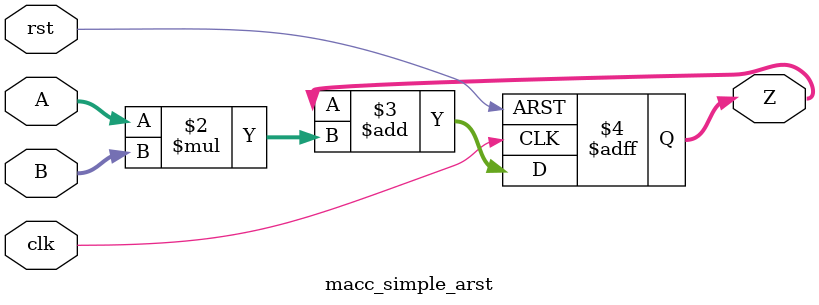
<source format=v>
module macc_simple_arst (
    input  wire        clk,
    input  wire        rst,
    input  wire [ 7:0] A,
    input  wire [ 7:0] B,
    output reg  [15:0] Z
);
    always @(posedge clk or posedge rst)
        if (rst) Z <= 0;
        else     Z <= Z + (A * B);
endmodule
</source>
